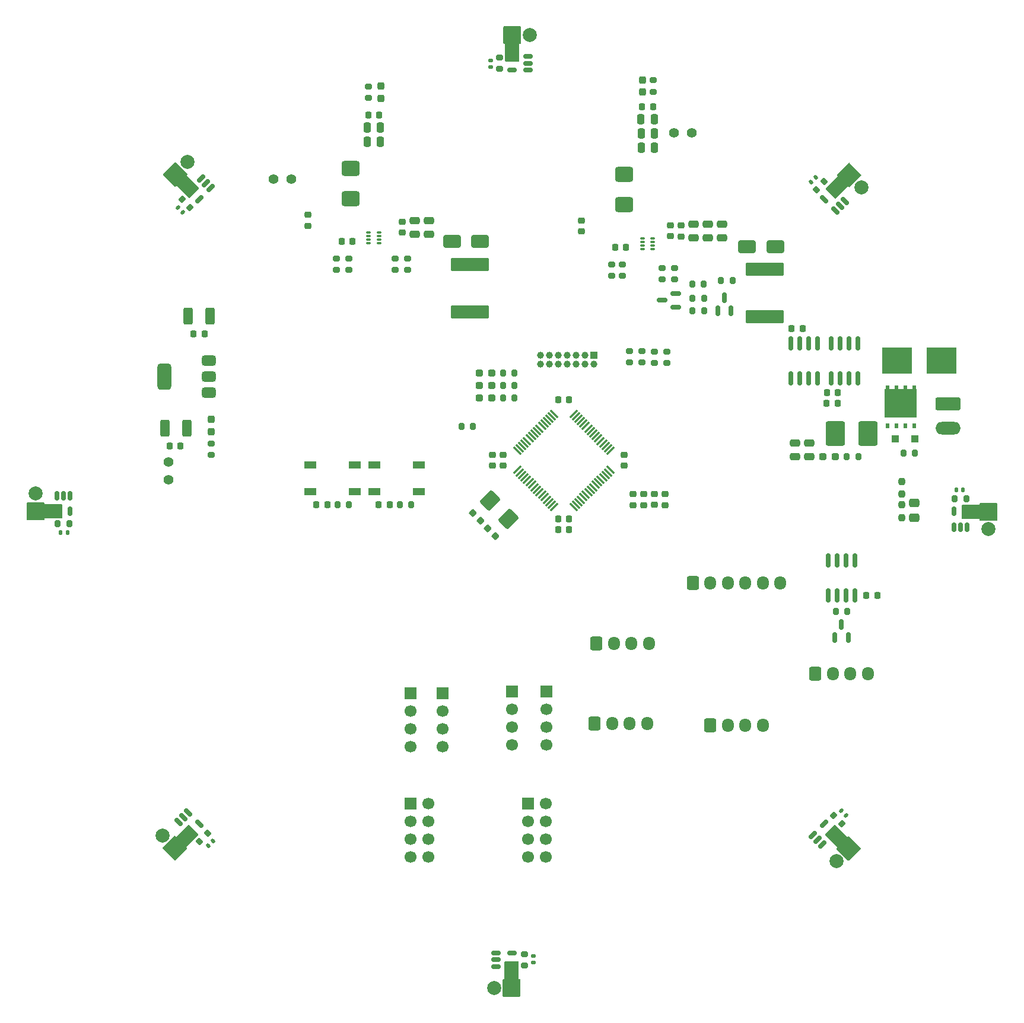
<source format=gbr>
%TF.GenerationSoftware,KiCad,Pcbnew,9.0.6*%
%TF.CreationDate,2026-01-04T15:34:23+01:00*%
%TF.ProjectId,uMule_board,754d756c-655f-4626-9f61-72642e6b6963,rev?*%
%TF.SameCoordinates,Original*%
%TF.FileFunction,Soldermask,Top*%
%TF.FilePolarity,Negative*%
%FSLAX46Y46*%
G04 Gerber Fmt 4.6, Leading zero omitted, Abs format (unit mm)*
G04 Created by KiCad (PCBNEW 9.0.6) date 2026-01-04 15:34:23*
%MOMM*%
%LPD*%
G01*
G04 APERTURE LIST*
G04 Aperture macros list*
%AMRoundRect*
0 Rectangle with rounded corners*
0 $1 Rounding radius*
0 $2 $3 $4 $5 $6 $7 $8 $9 X,Y pos of 4 corners*
0 Add a 4 corners polygon primitive as box body*
4,1,4,$2,$3,$4,$5,$6,$7,$8,$9,$2,$3,0*
0 Add four circle primitives for the rounded corners*
1,1,$1+$1,$2,$3*
1,1,$1+$1,$4,$5*
1,1,$1+$1,$6,$7*
1,1,$1+$1,$8,$9*
0 Add four rect primitives between the rounded corners*
20,1,$1+$1,$2,$3,$4,$5,0*
20,1,$1+$1,$4,$5,$6,$7,0*
20,1,$1+$1,$6,$7,$8,$9,0*
20,1,$1+$1,$8,$9,$2,$3,0*%
G04 Aperture macros list end*
%ADD10RoundRect,0.225000X-0.250000X0.225000X-0.250000X-0.225000X0.250000X-0.225000X0.250000X0.225000X0*%
%ADD11RoundRect,0.250000X-0.600000X-0.725000X0.600000X-0.725000X0.600000X0.725000X-0.600000X0.725000X0*%
%ADD12O,1.700000X1.950000*%
%ADD13RoundRect,0.250000X-0.750000X-0.750000X0.750000X-0.750000X0.750000X0.750000X-0.750000X0.750000X0*%
%ADD14C,2.000000*%
%ADD15RoundRect,0.225000X-0.225000X-0.250000X0.225000X-0.250000X0.225000X0.250000X-0.225000X0.250000X0*%
%ADD16RoundRect,0.200000X0.200000X0.275000X-0.200000X0.275000X-0.200000X-0.275000X0.200000X-0.275000X0*%
%ADD17RoundRect,0.250000X0.475000X-0.250000X0.475000X0.250000X-0.475000X0.250000X-0.475000X-0.250000X0*%
%ADD18RoundRect,0.140000X-0.140000X-0.170000X0.140000X-0.170000X0.140000X0.170000X-0.140000X0.170000X0*%
%ADD19RoundRect,0.225000X0.225000X0.250000X-0.225000X0.250000X-0.225000X-0.250000X0.225000X-0.250000X0*%
%ADD20RoundRect,0.225000X0.250000X-0.225000X0.250000X0.225000X-0.250000X0.225000X-0.250000X-0.225000X0*%
%ADD21R,1.000000X1.000000*%
%ADD22C,1.000000*%
%ADD23RoundRect,0.250000X-0.475000X0.250000X-0.475000X-0.250000X0.475000X-0.250000X0.475000X0.250000X0*%
%ADD24RoundRect,0.140000X0.021213X-0.219203X0.219203X-0.021213X-0.021213X0.219203X-0.219203X0.021213X0*%
%ADD25RoundRect,0.225000X-0.335876X-0.017678X-0.017678X-0.335876X0.335876X0.017678X0.017678X0.335876X0*%
%ADD26RoundRect,0.237500X0.237500X-0.250000X0.237500X0.250000X-0.237500X0.250000X-0.237500X-0.250000X0*%
%ADD27RoundRect,0.250000X0.420000X0.945000X-0.420000X0.945000X-0.420000X-0.945000X0.420000X-0.945000X0*%
%ADD28RoundRect,0.200000X-0.275000X0.200000X-0.275000X-0.200000X0.275000X-0.200000X0.275000X0.200000X0*%
%ADD29R,0.500000X0.650000*%
%ADD30R,4.600000X4.120000*%
%ADD31R,0.500000X0.550000*%
%ADD32RoundRect,0.250000X-0.300000X-0.300000X0.300000X-0.300000X0.300000X0.300000X-0.300000X0.300000X0*%
%ADD33RoundRect,0.150000X-0.512500X-0.150000X0.512500X-0.150000X0.512500X0.150000X-0.512500X0.150000X0*%
%ADD34RoundRect,0.200000X0.275000X-0.200000X0.275000X0.200000X-0.275000X0.200000X-0.275000X-0.200000X0*%
%ADD35RoundRect,0.270000X1.080000X1.480000X-1.080000X1.480000X-1.080000X-1.480000X1.080000X-1.480000X0*%
%ADD36RoundRect,0.250000X-0.250000X-0.475000X0.250000X-0.475000X0.250000X0.475000X-0.250000X0.475000X0*%
%ADD37RoundRect,0.250000X1.060660X0.000000X0.000000X1.060660X-1.060660X0.000000X0.000000X-1.060660X0*%
%ADD38RoundRect,0.237500X0.237500X-0.287500X0.237500X0.287500X-0.237500X0.287500X-0.237500X-0.287500X0*%
%ADD39R,1.700000X1.000000*%
%ADD40RoundRect,0.250000X0.750000X-0.750000X0.750000X0.750000X-0.750000X0.750000X-0.750000X-0.750000X0*%
%ADD41RoundRect,0.140000X-0.170000X0.140000X-0.170000X-0.140000X0.170000X-0.140000X0.170000X0.140000X0*%
%ADD42RoundRect,0.250000X2.475000X-0.712500X2.475000X0.712500X-2.475000X0.712500X-2.475000X-0.712500X0*%
%ADD43R,1.700000X1.700000*%
%ADD44C,1.700000*%
%ADD45RoundRect,0.200000X0.053033X-0.335876X0.335876X-0.053033X-0.053033X0.335876X-0.335876X0.053033X0*%
%ADD46RoundRect,0.237500X-0.287500X-0.237500X0.287500X-0.237500X0.287500X0.237500X-0.287500X0.237500X0*%
%ADD47RoundRect,0.237500X-0.237500X0.287500X-0.237500X-0.287500X0.237500X-0.287500X0.237500X0.287500X0*%
%ADD48RoundRect,0.200000X-0.200000X-0.275000X0.200000X-0.275000X0.200000X0.275000X-0.200000X0.275000X0*%
%ADD49RoundRect,0.075000X-0.441942X-0.548008X0.548008X0.441942X0.441942X0.548008X-0.548008X-0.441942X0*%
%ADD50RoundRect,0.075000X0.441942X-0.548008X0.548008X-0.441942X-0.441942X0.548008X-0.548008X0.441942X0*%
%ADD51RoundRect,0.250000X-1.550000X0.650000X-1.550000X-0.650000X1.550000X-0.650000X1.550000X0.650000X0*%
%ADD52O,3.600000X1.800000*%
%ADD53RoundRect,0.250000X-1.000000X-0.650000X1.000000X-0.650000X1.000000X0.650000X-1.000000X0.650000X0*%
%ADD54RoundRect,0.150000X0.256326X0.468458X-0.468458X-0.256326X-0.256326X-0.468458X0.468458X0.256326X0*%
%ADD55RoundRect,0.150000X-0.150000X0.825000X-0.150000X-0.825000X0.150000X-0.825000X0.150000X0.825000X0*%
%ADD56RoundRect,0.150000X0.150000X-0.587500X0.150000X0.587500X-0.150000X0.587500X-0.150000X-0.587500X0*%
%ADD57RoundRect,0.200000X-0.335876X-0.053033X-0.053033X-0.335876X0.335876X0.053033X0.053033X0.335876X0*%
%ADD58RoundRect,0.250000X-0.475000X0.337500X-0.475000X-0.337500X0.475000X-0.337500X0.475000X0.337500X0*%
%ADD59RoundRect,0.150000X-0.468458X0.256326X0.256326X-0.468458X0.468458X-0.256326X-0.256326X0.468458X0*%
%ADD60RoundRect,0.050000X0.285000X0.100000X-0.285000X0.100000X-0.285000X-0.100000X0.285000X-0.100000X0*%
%ADD61RoundRect,0.150000X0.150000X-0.512500X0.150000X0.512500X-0.150000X0.512500X-0.150000X-0.512500X0*%
%ADD62C,1.400000*%
%ADD63RoundRect,0.250000X0.000000X-1.060660X1.060660X0.000000X0.000000X1.060660X-1.060660X0.000000X0*%
%ADD64RoundRect,0.200000X-0.053033X0.335876X-0.335876X0.053033X0.053033X-0.335876X0.335876X-0.053033X0*%
%ADD65RoundRect,0.140000X-0.021213X0.219203X-0.219203X0.021213X0.021213X-0.219203X0.219203X-0.021213X0*%
%ADD66RoundRect,0.430000X0.870000X-0.645000X0.870000X0.645000X-0.870000X0.645000X-0.870000X-0.645000X0*%
%ADD67RoundRect,0.225000X0.335876X0.017678X0.017678X0.335876X-0.335876X-0.017678X-0.017678X-0.335876X0*%
%ADD68RoundRect,0.250000X0.000000X1.060660X-1.060660X0.000000X0.000000X-1.060660X1.060660X0.000000X0*%
%ADD69RoundRect,0.375000X0.625000X0.375000X-0.625000X0.375000X-0.625000X-0.375000X0.625000X-0.375000X0*%
%ADD70RoundRect,0.500000X0.500000X1.400000X-0.500000X1.400000X-0.500000X-1.400000X0.500000X-1.400000X0*%
%ADD71RoundRect,0.140000X-0.219203X-0.021213X-0.021213X-0.219203X0.219203X0.021213X0.021213X0.219203X0*%
%ADD72RoundRect,0.250000X-0.750000X0.750000X-0.750000X-0.750000X0.750000X-0.750000X0.750000X0.750000X0*%
%ADD73RoundRect,0.150000X0.512500X0.150000X-0.512500X0.150000X-0.512500X-0.150000X0.512500X-0.150000X0*%
%ADD74RoundRect,0.150000X0.468458X-0.256326X-0.256326X0.468458X-0.468458X0.256326X0.256326X-0.468458X0*%
%ADD75R,4.240000X3.810000*%
%ADD76RoundRect,0.250000X-1.060660X0.000000X0.000000X-1.060660X1.060660X0.000000X0.000000X1.060660X0*%
%ADD77RoundRect,0.140000X0.219203X0.021213X0.021213X0.219203X-0.219203X-0.021213X-0.021213X-0.219203X0*%
%ADD78RoundRect,0.150000X-0.256326X-0.468458X0.468458X0.256326X0.256326X0.468458X-0.468458X-0.256326X0*%
%ADD79RoundRect,0.150000X-0.150000X0.512500X-0.150000X-0.512500X0.150000X-0.512500X0.150000X0.512500X0*%
%ADD80RoundRect,0.150000X0.587500X0.150000X-0.587500X0.150000X-0.587500X-0.150000X0.587500X-0.150000X0*%
%ADD81RoundRect,0.250000X-0.420000X-0.945000X0.420000X-0.945000X0.420000X0.945000X-0.420000X0.945000X0*%
%ADD82RoundRect,0.200000X0.335876X0.053033X0.053033X0.335876X-0.335876X-0.053033X-0.053033X-0.335876X0*%
%ADD83RoundRect,0.140000X0.140000X0.170000X-0.140000X0.170000X-0.140000X-0.170000X0.140000X-0.170000X0*%
%ADD84RoundRect,0.250000X0.750000X0.750000X-0.750000X0.750000X-0.750000X-0.750000X0.750000X-0.750000X0*%
%ADD85RoundRect,0.250000X1.202082X0.141421X0.141421X1.202082X-1.202082X-0.141421X-0.141421X-1.202082X0*%
%ADD86RoundRect,0.150000X0.150000X-0.825000X0.150000X0.825000X-0.150000X0.825000X-0.150000X-0.825000X0*%
%ADD87RoundRect,0.140000X0.170000X-0.140000X0.170000X0.140000X-0.170000X0.140000X-0.170000X-0.140000X0*%
G04 APERTURE END LIST*
D10*
%TO.C,C33*%
X126746000Y-107175000D03*
X126746000Y-108725000D03*
%TD*%
D11*
%TO.C,J4*%
X140014000Y-134095000D03*
D12*
X142514000Y-134095000D03*
X145014000Y-134095000D03*
X147514000Y-134095000D03*
%TD*%
D13*
%TO.C,P1*%
X127968893Y-47244000D03*
D14*
X130508893Y-47244000D03*
%TD*%
D15*
%TO.C,C13*%
X79136000Y-105932000D03*
X80686000Y-105932000D03*
%TD*%
D16*
%TO.C,R26*%
X128333000Y-95504000D03*
X126683000Y-95504000D03*
%TD*%
D17*
%TO.C,C3*%
X116110000Y-75626000D03*
X116110000Y-73726000D03*
%TD*%
D18*
%TO.C,C47*%
X63580893Y-118292000D03*
X64540893Y-118292000D03*
%TD*%
D19*
%TO.C,C10*%
X105188000Y-76708000D03*
X103638000Y-76708000D03*
%TD*%
D20*
%TO.C,C17*%
X137922000Y-75276000D03*
X137922000Y-73726000D03*
%TD*%
D21*
%TO.C,J5*%
X139700000Y-92964000D03*
D22*
X139700000Y-94234000D03*
X138430000Y-92964000D03*
X138430000Y-94234000D03*
X137160000Y-92964000D03*
X137160000Y-94234000D03*
X135890000Y-92964000D03*
X135890000Y-94234000D03*
X134620000Y-92964000D03*
X134620000Y-94234000D03*
X133350000Y-92964000D03*
X133350000Y-94234000D03*
X132080000Y-92964000D03*
X132080000Y-94234000D03*
%TD*%
D23*
%TO.C,C9*%
X168379027Y-105491544D03*
X168379027Y-107391544D03*
%TD*%
D24*
%TO.C,C46*%
X84594962Y-162928453D03*
X85273784Y-162249631D03*
%TD*%
D11*
%TO.C,J6*%
X156270000Y-145779000D03*
D12*
X158770000Y-145779000D03*
X161270000Y-145779000D03*
X163770000Y-145779000D03*
%TD*%
D20*
%TO.C,C22*%
X150622000Y-75959000D03*
X150622000Y-74409000D03*
%TD*%
D16*
%TO.C,R8*%
X155398500Y-84836000D03*
X153748500Y-84836000D03*
%TD*%
D25*
%TO.C,C36*%
X122360322Y-115497474D03*
X123456338Y-116593490D03*
%TD*%
D26*
%TO.C,R36*%
X183642000Y-116125000D03*
X183642000Y-114300000D03*
%TD*%
D16*
%TO.C,R7*%
X155398500Y-86614000D03*
X153748500Y-86614000D03*
%TD*%
D15*
%TO.C,C38*%
X167894000Y-89154000D03*
X169444000Y-89154000D03*
%TD*%
D27*
%TO.C,C11*%
X84852000Y-87376000D03*
X81772000Y-87376000D03*
%TD*%
D28*
%TO.C,R2*%
X113062000Y-79122000D03*
X113062000Y-80772000D03*
%TD*%
D29*
%TO.C,Q1*%
X181550027Y-103039544D03*
X182820027Y-103039544D03*
X184090027Y-103039544D03*
X185360027Y-103039544D03*
D30*
X183455027Y-99824544D03*
D31*
X181550027Y-97489544D03*
X182820027Y-97489544D03*
X184090027Y-97489544D03*
X185360027Y-97489544D03*
%TD*%
D32*
%TO.C,D2*%
X182689027Y-104917544D03*
X185489027Y-104917544D03*
%TD*%
D11*
%TO.C,J7*%
X153770000Y-125459000D03*
D12*
X156270000Y-125459000D03*
X158770000Y-125459000D03*
X161270000Y-125459000D03*
X163770000Y-125459000D03*
X166270000Y-125459000D03*
%TD*%
D16*
%TO.C,R22*%
X104711000Y-114300000D03*
X103061000Y-114300000D03*
%TD*%
D33*
%TO.C,U12*%
X125693894Y-178296000D03*
X125693894Y-179246000D03*
X125693894Y-180196000D03*
X127968894Y-180196000D03*
X127968894Y-178296000D03*
%TD*%
D19*
%TO.C,C50*%
X180099000Y-127254000D03*
X178549000Y-127254000D03*
%TD*%
D34*
%TO.C,R9*%
X151208500Y-82105000D03*
X151208500Y-80455000D03*
%TD*%
D35*
%TO.C,R1*%
X178755027Y-104155544D03*
X174155027Y-104155544D03*
%TD*%
D34*
%TO.C,R15*%
X107474000Y-56219500D03*
X107474000Y-54569500D03*
%TD*%
D28*
%TO.C,R21*%
X144780000Y-92330000D03*
X144780000Y-93980000D03*
%TD*%
D36*
%TO.C,C6*%
X107308000Y-60452000D03*
X109208000Y-60452000D03*
%TD*%
D28*
%TO.C,R39*%
X150114000Y-92393000D03*
X150114000Y-94043000D03*
%TD*%
D37*
%TO.C,P6*%
X79885631Y-163327261D03*
D14*
X78089580Y-161531210D03*
%TD*%
D38*
%TO.C,D4*%
X146590000Y-55372000D03*
X146590000Y-53622000D03*
%TD*%
D10*
%TO.C,C51*%
X146812000Y-112776000D03*
X146812000Y-114326000D03*
%TD*%
%TO.C,C34*%
X145288000Y-112776000D03*
X145288000Y-114326000D03*
%TD*%
D20*
%TO.C,C1*%
X98838000Y-74448000D03*
X98838000Y-72898000D03*
%TD*%
D39*
%TO.C,SW2*%
X108356000Y-108590000D03*
X114656000Y-108590000D03*
X108356000Y-112390000D03*
X114656000Y-112390000D03*
%TD*%
D16*
%TO.C,R37*%
X175831000Y-129540000D03*
X174181000Y-129540000D03*
%TD*%
D40*
%TO.C,P7*%
X59968893Y-115244000D03*
D14*
X59968893Y-112704000D03*
%TD*%
D11*
%TO.C,J2*%
X171256000Y-138413000D03*
D12*
X173756000Y-138413000D03*
X176256000Y-138413000D03*
X178756000Y-138413000D03*
%TD*%
D41*
%TO.C,C41*%
X124920893Y-50856000D03*
X124920893Y-51816000D03*
%TD*%
D42*
%TO.C,F3*%
X164084000Y-87461500D03*
X164084000Y-80686500D03*
%TD*%
%TO.C,F2*%
X121952000Y-86785000D03*
X121952000Y-80010000D03*
%TD*%
D15*
%TO.C,C32*%
X134594000Y-117856000D03*
X136144000Y-117856000D03*
%TD*%
D43*
%TO.C,J13*%
X132896518Y-140907880D03*
D44*
X132896518Y-143447880D03*
X132896518Y-145987880D03*
X132896518Y-148527880D03*
%TD*%
D45*
%TO.C,R32*%
X83388638Y-162338726D03*
X84555364Y-161172000D03*
%TD*%
D43*
%TO.C,J11*%
X118074000Y-141224000D03*
D44*
X118074000Y-143764000D03*
X118074000Y-146304000D03*
X118074000Y-148844000D03*
%TD*%
D46*
%TO.C,D10*%
X123331000Y-95504000D03*
X125081000Y-95504000D03*
%TD*%
D47*
%TO.C,D7*%
X85090000Y-102108000D03*
X85090000Y-103858000D03*
%TD*%
D17*
%TO.C,C18*%
X153924000Y-76134000D03*
X153924000Y-74234000D03*
%TD*%
D16*
%TO.C,R29*%
X192792893Y-113466001D03*
X191142893Y-113466001D03*
%TD*%
D48*
%TO.C,R33*%
X63144893Y-117022000D03*
X64794893Y-117022000D03*
%TD*%
D36*
%TO.C,C7*%
X107308000Y-62484000D03*
X109208000Y-62484000D03*
%TD*%
D49*
%TO.C,U17*%
X128717519Y-109311180D03*
X129071072Y-109664733D03*
X129424625Y-110018286D03*
X129778179Y-110371840D03*
X130131732Y-110725393D03*
X130485286Y-111078947D03*
X130838839Y-111432500D03*
X131192392Y-111786053D03*
X131545946Y-112139607D03*
X131899499Y-112493160D03*
X132253052Y-112846713D03*
X132606606Y-113200267D03*
X132960159Y-113553820D03*
X133313713Y-113907374D03*
X133667266Y-114260927D03*
X134020819Y-114614480D03*
D50*
X136743181Y-114614480D03*
X137096734Y-114260927D03*
X137450287Y-113907374D03*
X137803841Y-113553820D03*
X138157394Y-113200267D03*
X138510948Y-112846713D03*
X138864501Y-112493160D03*
X139218054Y-112139607D03*
X139571608Y-111786053D03*
X139925161Y-111432500D03*
X140278714Y-111078947D03*
X140632268Y-110725393D03*
X140985821Y-110371840D03*
X141339375Y-110018286D03*
X141692928Y-109664733D03*
X142046481Y-109311180D03*
D49*
X142046481Y-106588818D03*
X141692928Y-106235265D03*
X141339375Y-105881712D03*
X140985821Y-105528158D03*
X140632268Y-105174605D03*
X140278714Y-104821051D03*
X139925161Y-104467498D03*
X139571608Y-104113945D03*
X139218054Y-103760391D03*
X138864501Y-103406838D03*
X138510948Y-103053285D03*
X138157394Y-102699731D03*
X137803841Y-102346178D03*
X137450287Y-101992624D03*
X137096734Y-101639071D03*
X136743181Y-101285518D03*
D50*
X134020819Y-101285518D03*
X133667266Y-101639071D03*
X133313713Y-101992624D03*
X132960159Y-102346178D03*
X132606606Y-102699731D03*
X132253052Y-103053285D03*
X131899499Y-103406838D03*
X131545946Y-103760391D03*
X131192392Y-104113945D03*
X130838839Y-104467498D03*
X130485286Y-104821051D03*
X130131732Y-105174605D03*
X129778179Y-105528158D03*
X129424625Y-105881712D03*
X129071072Y-106235265D03*
X128717519Y-106588818D03*
%TD*%
D51*
%TO.C,J1*%
X190185027Y-99893544D03*
D52*
X190185027Y-103393544D03*
%TD*%
D53*
%TO.C,D1*%
X119444000Y-76708000D03*
X123444000Y-76708000D03*
%TD*%
D54*
%TO.C,U15*%
X84993062Y-69050833D03*
X84321311Y-68379082D03*
X83649560Y-67707331D03*
X82040892Y-69315999D03*
X83384394Y-70659501D03*
%TD*%
D55*
%TO.C,U16*%
X176911000Y-122239000D03*
X175641000Y-122239000D03*
X174371000Y-122239000D03*
X173101000Y-122239000D03*
X173101000Y-127189000D03*
X174371000Y-127189000D03*
X175641000Y-127189000D03*
X176911000Y-127189000D03*
%TD*%
D56*
%TO.C,U3*%
X157358000Y-86614000D03*
X159258000Y-86614000D03*
X158308000Y-84739000D03*
%TD*%
D16*
%TO.C,R23*%
X113601000Y-114300000D03*
X111951000Y-114300000D03*
%TD*%
D57*
%TO.C,R34*%
X80874166Y-70663745D03*
X82040892Y-71830471D03*
%TD*%
D58*
%TO.C,C49*%
X185420000Y-114046000D03*
X185420000Y-116121000D03*
%TD*%
D10*
%TO.C,C52*%
X149860000Y-112776000D03*
X149860000Y-114326000D03*
%TD*%
D59*
%TO.C,U13*%
X81775726Y-158219830D03*
X81103975Y-158891581D03*
X80432224Y-159563332D03*
X82040892Y-161172000D03*
X83384394Y-159828498D03*
%TD*%
D28*
%TO.C,R13*%
X148114000Y-53672000D03*
X148114000Y-55322000D03*
%TD*%
D10*
%TO.C,C35*%
X148336000Y-112763000D03*
X148336000Y-114313000D03*
%TD*%
D60*
%TO.C,U5*%
X148082000Y-77766000D03*
X148082000Y-77266000D03*
X148082000Y-76766000D03*
X148082000Y-76266000D03*
X146602000Y-76266000D03*
X146602000Y-76766000D03*
X146602000Y-77266000D03*
X146602000Y-77766000D03*
%TD*%
D36*
%TO.C,C26*%
X146370000Y-59248000D03*
X148270000Y-59248000D03*
%TD*%
D61*
%TO.C,U10*%
X191020893Y-117519000D03*
X191970893Y-117519000D03*
X192920893Y-117519000D03*
X192920893Y-115244000D03*
X191020893Y-115244000D03*
%TD*%
D62*
%TO.C,JP3*%
X151130000Y-61214000D03*
X153670000Y-61214000D03*
%TD*%
D43*
%TO.C,J10*%
X113484000Y-141224000D03*
D44*
X113484000Y-143764000D03*
X113484000Y-146304000D03*
X113484000Y-148844000D03*
%TD*%
D63*
%TO.C,P8*%
X79885631Y-67160738D03*
D14*
X81681682Y-65364687D03*
%TD*%
D17*
%TO.C,C19*%
X157988000Y-76134000D03*
X157988000Y-74234000D03*
%TD*%
D62*
%TO.C,JP1*%
X96520000Y-67818000D03*
X93980000Y-67818000D03*
%TD*%
D10*
%TO.C,C28*%
X125222000Y-107162000D03*
X125222000Y-108712000D03*
%TD*%
D16*
%TO.C,R6*%
X185485027Y-106949544D03*
X183835027Y-106949544D03*
%TD*%
D15*
%TO.C,C5*%
X107483000Y-58674000D03*
X109033000Y-58674000D03*
%TD*%
D16*
%TO.C,R24*%
X128333000Y-99060000D03*
X126683000Y-99060000D03*
%TD*%
D64*
%TO.C,R28*%
X172549147Y-68149273D03*
X171382421Y-69315999D03*
%TD*%
D34*
%TO.C,R31*%
X129746893Y-180068000D03*
X129746893Y-178418000D03*
%TD*%
D65*
%TO.C,C42*%
X171342823Y-67559546D03*
X170664001Y-68238368D03*
%TD*%
D66*
%TO.C,L2*%
X144018000Y-71440000D03*
X144018000Y-67090000D03*
%TD*%
D67*
%TO.C,C37*%
X125611599Y-118748751D03*
X124515583Y-117652735D03*
%TD*%
D48*
%TO.C,R10*%
X153685500Y-82804000D03*
X155335500Y-82804000D03*
%TD*%
D19*
%TO.C,C12*%
X84087000Y-89916000D03*
X82537000Y-89916000D03*
%TD*%
D16*
%TO.C,R14*%
X177418000Y-107442000D03*
X175768000Y-107442000D03*
%TD*%
D17*
%TO.C,C2*%
X114078000Y-75626000D03*
X114078000Y-73726000D03*
%TD*%
D46*
%TO.C,D8*%
X123331000Y-99060000D03*
X125081000Y-99060000D03*
%TD*%
D34*
%TO.C,R16*%
X85090000Y-107188000D03*
X85090000Y-105538000D03*
%TD*%
D16*
%TO.C,R19*%
X122428000Y-103124000D03*
X120778000Y-103124000D03*
%TD*%
D62*
%TO.C,JP2*%
X78994000Y-108204000D03*
X78994000Y-110744000D03*
%TD*%
D68*
%TO.C,P4*%
X176052154Y-163327261D03*
D14*
X174256103Y-165123312D03*
%TD*%
D34*
%TO.C,R18*%
X142240000Y-81597000D03*
X142240000Y-79947000D03*
%TD*%
D36*
%TO.C,C25*%
X146392000Y-61280000D03*
X148292000Y-61280000D03*
%TD*%
D69*
%TO.C,U2*%
X84684000Y-98312000D03*
X84684000Y-96012000D03*
D70*
X78384000Y-96012000D03*
D69*
X84684000Y-93712000D03*
%TD*%
D28*
%TO.C,R38*%
X148336000Y-92393000D03*
X148336000Y-94043000D03*
%TD*%
D43*
%TO.C,J9*%
X130302000Y-156972000D03*
D44*
X132842000Y-156972000D03*
X130302000Y-159512000D03*
X132842000Y-159512000D03*
X130302000Y-162052000D03*
X132842000Y-162052000D03*
X130302000Y-164592000D03*
X132842000Y-164592000D03*
%TD*%
D71*
%TO.C,C48*%
X80284439Y-71870069D03*
X80963261Y-72548891D03*
%TD*%
D28*
%TO.C,R3*%
X102902000Y-79122000D03*
X102902000Y-80772000D03*
%TD*%
D19*
%TO.C,C39*%
X101626000Y-114300000D03*
X100076000Y-114300000D03*
%TD*%
D43*
%TO.C,J8*%
X113538000Y-156972000D03*
D44*
X116078000Y-156972000D03*
X113538000Y-159512000D03*
X116078000Y-159512000D03*
X113538000Y-162052000D03*
X116078000Y-162052000D03*
X113538000Y-164592000D03*
X116078000Y-164592000D03*
%TD*%
D34*
%TO.C,R17*%
X143764000Y-81597000D03*
X143764000Y-79947000D03*
%TD*%
D66*
%TO.C,L1*%
X104934000Y-70612000D03*
X104934000Y-66262000D03*
%TD*%
D26*
%TO.C,R35*%
X183642000Y-112776000D03*
X183642000Y-110951000D03*
%TD*%
D28*
%TO.C,R20*%
X146558000Y-92330000D03*
X146558000Y-93980000D03*
%TD*%
D15*
%TO.C,C31*%
X134594000Y-116332000D03*
X136144000Y-116332000D03*
%TD*%
%TO.C,C23*%
X146545000Y-57470000D03*
X148095000Y-57470000D03*
%TD*%
D36*
%TO.C,C24*%
X146392000Y-63312000D03*
X148292000Y-63312000D03*
%TD*%
D46*
%TO.C,D9*%
X123331000Y-97282000D03*
X125081000Y-97282000D03*
%TD*%
D20*
%TO.C,C4*%
X112300000Y-75451000D03*
X112300000Y-73901000D03*
%TD*%
D72*
%TO.C,P3*%
X195968893Y-115244000D03*
D14*
X195968893Y-117784000D03*
%TD*%
D28*
%TO.C,R5*%
X104680000Y-79122000D03*
X104680000Y-80772000D03*
%TD*%
D53*
%TO.C,D3*%
X161544000Y-77470000D03*
X165544000Y-77470000D03*
%TD*%
D19*
%TO.C,C27*%
X144272000Y-77536000D03*
X142722000Y-77536000D03*
%TD*%
D23*
%TO.C,C8*%
X170373027Y-105491544D03*
X170373027Y-107391544D03*
%TD*%
D16*
%TO.C,R25*%
X128333000Y-97282000D03*
X126683000Y-97282000D03*
%TD*%
D38*
%TO.C,D6*%
X109252000Y-56269500D03*
X109252000Y-54519500D03*
%TD*%
D19*
%TO.C,C40*%
X110503000Y-114300000D03*
X108953000Y-114300000D03*
%TD*%
D28*
%TO.C,R11*%
X149430500Y-80455000D03*
X149430500Y-82105000D03*
%TD*%
D56*
%TO.C,D11*%
X174056000Y-133271500D03*
X175956000Y-133271500D03*
X175006000Y-131396500D03*
%TD*%
D17*
%TO.C,C20*%
X155956000Y-76134000D03*
X155956000Y-74234000D03*
%TD*%
D43*
%TO.C,J12*%
X128016000Y-140908910D03*
D44*
X128016000Y-143448910D03*
X128016000Y-145988910D03*
X128016000Y-148528910D03*
%TD*%
D73*
%TO.C,U8*%
X130243893Y-52192000D03*
X130243893Y-51242000D03*
X130243893Y-50292000D03*
X127968893Y-50292000D03*
X127968893Y-52192000D03*
%TD*%
D28*
%TO.C,R4*%
X111284000Y-79122000D03*
X111284000Y-80772000D03*
%TD*%
D74*
%TO.C,U9*%
X174162059Y-72268169D03*
X174833810Y-71596418D03*
X175505561Y-70924667D03*
X173896893Y-69315999D03*
X172553391Y-70659501D03*
%TD*%
D75*
%TO.C,F1*%
X189306027Y-93741544D03*
X182936027Y-93741544D03*
%TD*%
D15*
%TO.C,C15*%
X172887027Y-99837544D03*
X174437027Y-99837544D03*
%TD*%
D76*
%TO.C,P2*%
X176052154Y-67160738D03*
D14*
X177848205Y-68956789D03*
%TD*%
D11*
%TO.C,J3*%
X139760000Y-145508000D03*
D12*
X142260000Y-145508000D03*
X144760000Y-145508000D03*
X147260000Y-145508000D03*
%TD*%
D77*
%TO.C,C44*%
X175653346Y-158617930D03*
X174974524Y-157939108D03*
%TD*%
D78*
%TO.C,U11*%
X170944723Y-161437166D03*
X171616474Y-162108917D03*
X172288225Y-162780668D03*
X173896893Y-161172000D03*
X172553391Y-159828498D03*
%TD*%
D20*
%TO.C,C21*%
X152146000Y-75972000D03*
X152146000Y-74422000D03*
%TD*%
D28*
%TO.C,R27*%
X126190893Y-50420000D03*
X126190893Y-52070000D03*
%TD*%
D79*
%TO.C,U14*%
X64916893Y-112969001D03*
X63966893Y-112969001D03*
X63016893Y-112969001D03*
X63016893Y-115244001D03*
X64916893Y-115244001D03*
%TD*%
D80*
%TO.C,Q2*%
X151305500Y-86040000D03*
X151305500Y-84140000D03*
X149430500Y-85090000D03*
%TD*%
D20*
%TO.C,C30*%
X144018000Y-108712000D03*
X144018000Y-107162000D03*
%TD*%
D19*
%TO.C,C29*%
X136144000Y-99314000D03*
X134594000Y-99314000D03*
%TD*%
D39*
%TO.C,SW1*%
X99212000Y-108590000D03*
X105512000Y-108590000D03*
X99212000Y-112390000D03*
X105512000Y-112390000D03*
%TD*%
D16*
%TO.C,R12*%
X159462500Y-82296000D03*
X157812500Y-82296000D03*
%TD*%
D81*
%TO.C,C14*%
X78486000Y-103378000D03*
X81566000Y-103378000D03*
%TD*%
D55*
%TO.C,U4*%
X177358027Y-91266544D03*
X176088027Y-91266544D03*
X174818027Y-91266544D03*
X173548027Y-91266544D03*
X173548027Y-96216544D03*
X174818027Y-96216544D03*
X176088027Y-96216544D03*
X177358027Y-96216544D03*
%TD*%
D60*
%TO.C,U1*%
X108998000Y-76938000D03*
X108998000Y-76438000D03*
X108998000Y-75938000D03*
X108998000Y-75438000D03*
X107518000Y-75438000D03*
X107518000Y-75938000D03*
X107518000Y-76438000D03*
X107518000Y-76938000D03*
%TD*%
D82*
%TO.C,R30*%
X175063619Y-159824254D03*
X173896893Y-158657528D03*
%TD*%
D15*
%TO.C,C16*%
X172900027Y-98313544D03*
X174450027Y-98313544D03*
%TD*%
D83*
%TO.C,C43*%
X192356893Y-112196001D03*
X191396893Y-112196001D03*
%TD*%
D84*
%TO.C,P5*%
X127968893Y-183244000D03*
D14*
X125428893Y-183244000D03*
%TD*%
D85*
%TO.C,Y1*%
X127450685Y-116274684D03*
X124834389Y-113658388D03*
%TD*%
D46*
%TO.C,D5*%
X172366000Y-107442000D03*
X174116000Y-107442000D03*
%TD*%
D86*
%TO.C,U7*%
X167767000Y-96201000D03*
X169037000Y-96201000D03*
X170307000Y-96201000D03*
X171577000Y-96201000D03*
X171577000Y-91251000D03*
X170307000Y-91251000D03*
X169037000Y-91251000D03*
X167767000Y-91251000D03*
%TD*%
D87*
%TO.C,C45*%
X131016893Y-179632001D03*
X131016893Y-178672001D03*
%TD*%
G36*
X61181932Y-113946578D02*
G01*
X61227687Y-113999382D01*
X61238893Y-114050893D01*
X61238893Y-114180893D01*
X63654893Y-114180893D01*
X63721932Y-114200578D01*
X63767687Y-114253382D01*
X63778893Y-114304893D01*
X63778893Y-116088893D01*
X63759208Y-116155932D01*
X63706404Y-116201687D01*
X63654893Y-116212893D01*
X61238893Y-116212893D01*
X61238893Y-116342893D01*
X61219208Y-116409932D01*
X61166404Y-116455687D01*
X61114893Y-116466893D01*
X58822893Y-116466893D01*
X58755854Y-116447208D01*
X58710099Y-116394404D01*
X58698893Y-116342893D01*
X58698893Y-114050893D01*
X58718578Y-113983854D01*
X58771382Y-113938099D01*
X58822893Y-113926893D01*
X61114893Y-113926893D01*
X61181932Y-113946578D01*
G37*
G36*
X174086521Y-160007253D02*
G01*
X174130868Y-160035754D01*
X175839238Y-161744125D01*
X175839239Y-161744125D01*
X175931163Y-161652201D01*
X175992486Y-161618716D01*
X176062178Y-161623700D01*
X176106525Y-161652201D01*
X177727214Y-163272890D01*
X177760699Y-163334213D01*
X177755715Y-163403905D01*
X177727214Y-163448252D01*
X176106525Y-165068941D01*
X176045202Y-165102426D01*
X175975510Y-165097442D01*
X175931163Y-165068941D01*
X174310474Y-163448252D01*
X174276989Y-163386929D01*
X174281973Y-163317237D01*
X174310474Y-163272889D01*
X174402397Y-163180965D01*
X172694027Y-161472595D01*
X172660542Y-161411272D01*
X172665526Y-161341580D01*
X172694027Y-161297233D01*
X173955506Y-160035754D01*
X174016829Y-160002269D01*
X174086521Y-160007253D01*
G37*
G36*
X81871312Y-159940633D02*
G01*
X81915659Y-159969134D01*
X83177138Y-161230613D01*
X83210623Y-161291936D01*
X83205639Y-161361628D01*
X83177138Y-161405975D01*
X81468768Y-163114345D01*
X81468768Y-163114346D01*
X81560692Y-163206270D01*
X81594177Y-163267593D01*
X81589193Y-163337285D01*
X81560692Y-163381632D01*
X79940003Y-165002321D01*
X79878680Y-165035806D01*
X79808988Y-165030822D01*
X79764641Y-165002321D01*
X78143952Y-163381632D01*
X78110467Y-163320309D01*
X78115451Y-163250617D01*
X78143952Y-163206270D01*
X79764641Y-161585581D01*
X79825964Y-161552096D01*
X79895656Y-161557080D01*
X79940003Y-161585581D01*
X80031926Y-161677504D01*
X81740297Y-159969134D01*
X81801620Y-159935649D01*
X81871312Y-159940633D01*
G37*
G36*
X176128798Y-65457178D02*
G01*
X176173145Y-65485679D01*
X177793834Y-67106368D01*
X177827319Y-67167691D01*
X177822335Y-67237383D01*
X177793834Y-67281730D01*
X176173145Y-68902419D01*
X176111822Y-68935904D01*
X176042130Y-68930920D01*
X175997783Y-68902419D01*
X175905859Y-68810495D01*
X174197488Y-70518865D01*
X174136165Y-70552350D01*
X174066473Y-70547366D01*
X174022126Y-70518865D01*
X172760647Y-69257386D01*
X172727162Y-69196063D01*
X172732146Y-69126371D01*
X172760647Y-69082024D01*
X174469018Y-67373654D01*
X174377094Y-67281730D01*
X174343609Y-67220407D01*
X174348593Y-67150715D01*
X174377094Y-67106368D01*
X175997783Y-65485679D01*
X176059106Y-65452194D01*
X176128798Y-65457178D01*
G37*
G36*
X128880825Y-179453685D02*
G01*
X128926580Y-179506489D01*
X128937786Y-179558000D01*
X128937786Y-181974000D01*
X129067786Y-181974000D01*
X129134825Y-181993685D01*
X129180580Y-182046489D01*
X129191786Y-182098000D01*
X129191786Y-184390000D01*
X129172101Y-184457039D01*
X129119297Y-184502794D01*
X129067786Y-184514000D01*
X126775786Y-184514000D01*
X126708747Y-184494315D01*
X126662992Y-184441511D01*
X126651786Y-184390000D01*
X126651786Y-182098000D01*
X126671471Y-182030961D01*
X126724275Y-181985206D01*
X126775786Y-181974000D01*
X126905786Y-181974000D01*
X126905786Y-179558000D01*
X126925471Y-179490961D01*
X126978275Y-179445206D01*
X127029786Y-179434000D01*
X128813786Y-179434000D01*
X128880825Y-179453685D01*
G37*
G36*
X79962276Y-65390558D02*
G01*
X80006623Y-65419059D01*
X81627312Y-67039748D01*
X81660797Y-67101071D01*
X81655813Y-67170763D01*
X81627312Y-67215110D01*
X81535388Y-67307034D01*
X83243758Y-69015404D01*
X83277243Y-69076727D01*
X83272259Y-69146419D01*
X83243758Y-69190766D01*
X81982279Y-70452245D01*
X81920956Y-70485730D01*
X81851264Y-70480746D01*
X81806917Y-70452245D01*
X80098548Y-68743875D01*
X80098547Y-68743875D01*
X80006623Y-68835799D01*
X79945300Y-68869284D01*
X79875608Y-68864300D01*
X79831261Y-68835799D01*
X78210572Y-67215110D01*
X78177087Y-67153787D01*
X78182071Y-67084095D01*
X78210572Y-67039748D01*
X79831261Y-65419059D01*
X79892584Y-65385574D01*
X79962276Y-65390558D01*
G37*
G36*
X197181932Y-114040792D02*
G01*
X197227687Y-114093596D01*
X197238893Y-114145107D01*
X197238893Y-116437107D01*
X197219208Y-116504146D01*
X197166404Y-116549901D01*
X197114893Y-116561107D01*
X194822893Y-116561107D01*
X194755854Y-116541422D01*
X194710099Y-116488618D01*
X194698893Y-116437107D01*
X194698893Y-116307107D01*
X192282893Y-116307107D01*
X192215854Y-116287422D01*
X192170099Y-116234618D01*
X192158893Y-116183107D01*
X192158893Y-114399107D01*
X192178578Y-114332068D01*
X192231382Y-114286313D01*
X192282893Y-114275107D01*
X194698893Y-114275107D01*
X194698893Y-114145107D01*
X194718578Y-114078068D01*
X194771382Y-114032313D01*
X194822893Y-114021107D01*
X197114893Y-114021107D01*
X197181932Y-114040792D01*
G37*
G36*
X129229039Y-45993685D02*
G01*
X129274794Y-46046489D01*
X129286000Y-46098000D01*
X129286000Y-48390000D01*
X129266315Y-48457039D01*
X129213511Y-48502794D01*
X129162000Y-48514000D01*
X129032000Y-48514000D01*
X129032000Y-50930000D01*
X129012315Y-50997039D01*
X128959511Y-51042794D01*
X128908000Y-51054000D01*
X127124000Y-51054000D01*
X127056961Y-51034315D01*
X127011206Y-50981511D01*
X127000000Y-50930000D01*
X127000000Y-48514000D01*
X126870000Y-48514000D01*
X126802961Y-48494315D01*
X126757206Y-48441511D01*
X126746000Y-48390000D01*
X126746000Y-46098000D01*
X126765685Y-46030961D01*
X126818489Y-45985206D01*
X126870000Y-45974000D01*
X129162000Y-45974000D01*
X129229039Y-45993685D01*
G37*
M02*

</source>
